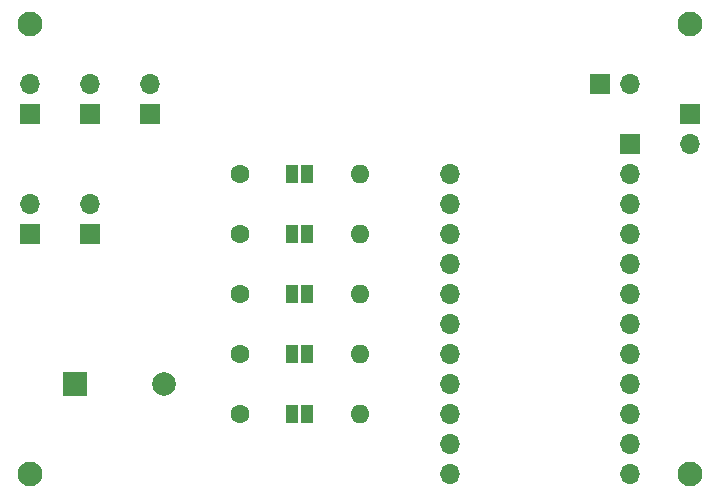
<source format=gbr>
%TF.GenerationSoftware,KiCad,Pcbnew,(6.0.2)*%
%TF.CreationDate,2022-03-10T22:00:07-05:00*%
%TF.ProjectId,letmein,6c65746d-6569-46e2-9e6b-696361645f70,rev?*%
%TF.SameCoordinates,Original*%
%TF.FileFunction,Soldermask,Bot*%
%TF.FilePolarity,Negative*%
%FSLAX46Y46*%
G04 Gerber Fmt 4.6, Leading zero omitted, Abs format (unit mm)*
G04 Created by KiCad (PCBNEW (6.0.2)) date 2022-03-10 22:00:07*
%MOMM*%
%LPD*%
G01*
G04 APERTURE LIST*
%ADD10R,1.700000X1.700000*%
%ADD11O,1.700000X1.700000*%
%ADD12C,1.600000*%
%ADD13O,1.600000X1.600000*%
%ADD14C,2.100000*%
%ADD15R,2.000000X2.000000*%
%ADD16C,2.000000*%
%ADD17R,1.000000X1.500000*%
G04 APERTURE END LIST*
D10*
%TO.C,Button_ACK*%
X157480000Y-71120000D03*
D11*
X160020000Y-71120000D03*
%TD*%
%TO.C,TinyS2*%
X144780000Y-78740000D03*
X144780000Y-81280000D03*
X144780000Y-83820000D03*
X144780000Y-86360000D03*
X144780000Y-88900000D03*
X144780000Y-91440000D03*
X144780000Y-93980000D03*
X144780000Y-96520000D03*
X144780000Y-99060000D03*
X144780000Y-101600000D03*
X144780000Y-104140000D03*
%TD*%
D12*
%TO.C,R_N_str*%
X127000000Y-93980000D03*
D13*
X137160000Y-93980000D03*
%TD*%
D11*
%TO.C,Button_STFU*%
X165100000Y-76200000D03*
D10*
X165100000Y-73660000D03*
%TD*%
D11*
%TO.C,LED_1*%
X109220000Y-71120000D03*
D10*
X109220000Y-73660000D03*
%TD*%
D11*
%TO.C,LED_A*%
X114300000Y-71120000D03*
D10*
X114300000Y-73660000D03*
%TD*%
%TO.C,LED_L*%
X109220000Y-83820000D03*
D11*
X109220000Y-81280000D03*
%TD*%
D12*
%TO.C,R_lvl_A*%
X127000000Y-83820000D03*
D13*
X137160000Y-83820000D03*
%TD*%
D14*
%TO.C,REF\u002A\u002A*%
X109220000Y-66040000D03*
%TD*%
%TO.C,REF\u002A\u002A*%
X109220000Y-104140000D03*
%TD*%
D15*
%TO.C,Buzzer*%
X113040000Y-96520000D03*
D16*
X120640000Y-96520000D03*
%TD*%
D14*
%TO.C,REF\u002A\u002A*%
X165100000Y-66040000D03*
%TD*%
D12*
%TO.C,R_L_well*%
X127000000Y-99060000D03*
D13*
X137160000Y-99060000D03*
%TD*%
D10*
%TO.C,LED_N*%
X114300000Y-83820000D03*
D11*
X114300000Y-81280000D03*
%TD*%
D14*
%TO.C,REF\u002A\u002A*%
X165100000Y-104140000D03*
%TD*%
D11*
%TO.C,LED_S*%
X119380000Y-71120000D03*
D10*
X119380000Y-73660000D03*
%TD*%
D12*
%TO.C,R_S_str*%
X127000000Y-78740000D03*
D13*
X137160000Y-78740000D03*
%TD*%
D10*
%TO.C, *%
X160020000Y-76200000D03*
D11*
X160020000Y-78740000D03*
X160020000Y-81280000D03*
X160020000Y-83820000D03*
X160020000Y-86360000D03*
X160020000Y-88900000D03*
X160020000Y-91440000D03*
X160020000Y-93980000D03*
X160020000Y-96520000D03*
X160020000Y-99060000D03*
X160020000Y-101600000D03*
X160020000Y-104140000D03*
%TD*%
D12*
%TO.C,R_lvl_1*%
X127000000Y-88900000D03*
D13*
X137160000Y-88900000D03*
%TD*%
D17*
%TO.C,REF\u002A\u002A*%
X132730000Y-78740000D03*
X131430000Y-78740000D03*
%TD*%
%TO.C,REF\u002A\u002A*%
X132730000Y-83820000D03*
X131430000Y-83820000D03*
%TD*%
%TO.C,REF\u002A\u002A*%
X132730000Y-99060000D03*
X131430000Y-99060000D03*
%TD*%
%TO.C,REF\u002A\u002A*%
X132730000Y-93980000D03*
X131430000Y-93980000D03*
%TD*%
%TO.C,REF\u002A\u002A*%
X132730000Y-88900000D03*
X131430000Y-88900000D03*
%TD*%
M02*

</source>
